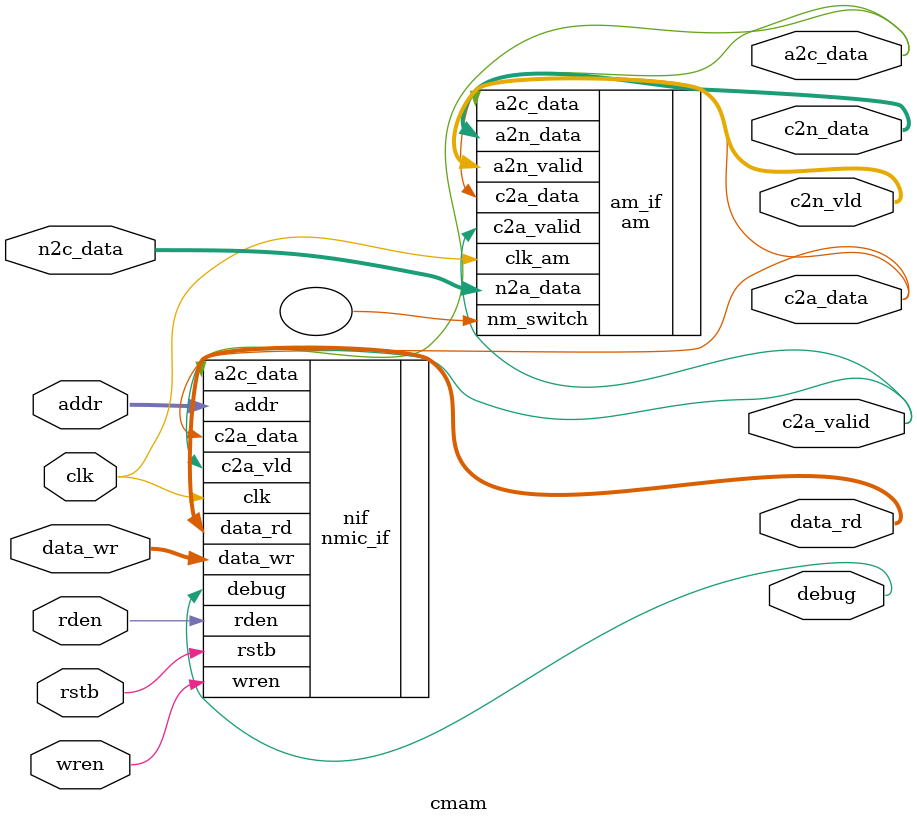
<source format=v>
module cmam (
	input clk, rstb, 
	input [1:0] n2c_data,
	output [1:0] c2n_data, c2n_vld,
	input [6:0] addr,		// register address
	input [31:0] data_wr,	// write data in
	input wren,				// write enable (active high)
	input rden,
	output [31:0] data_rd,	// read data out
	output debug,
    output c2a_valid, c2a_data, a2c_data
);

nmic_if	nif(	.clk(clk), 
				.rstb(rstb), 
				.a2c_data(a2c_data),
				.c2a_data(c2a_data),
				.c2a_vld(c2a_valid),
				.addr(addr),
				.data_wr(data_wr),
				.data_rd(data_rd),
				.wren(wren),
				.rden(rden),
                .debug(debug)
);

am am_if(
	.clk_am(clk),
	.c2a_data(c2a_data),
	.c2a_valid(c2a_valid),
	.n2a_data(n2c_data),
	.a2c_data(a2c_data),
	.a2n_data(c2n_data),
	.a2n_valid(c2n_vld),
	.nm_switch()
);

endmodule

</source>
